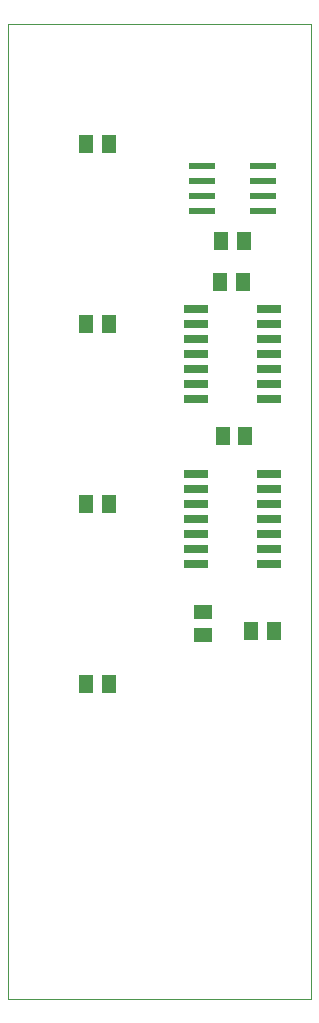
<source format=gbp>
G75*
%MOIN*%
%OFA0B0*%
%FSLAX25Y25*%
%IPPOS*%
%LPD*%
%AMOC8*
5,1,8,0,0,1.08239X$1,22.5*
%
%ADD10C,0.00000*%
%ADD11R,0.05118X0.05906*%
%ADD12R,0.08000X0.02600*%
%ADD13R,0.08661X0.02362*%
%ADD14R,0.05906X0.05118*%
D10*
X0001000Y0001000D02*
X0001000Y0325961D01*
X0102201Y0325961D01*
X0102201Y0001000D01*
X0001000Y0001000D01*
D11*
X0027260Y0106000D03*
X0034740Y0106000D03*
X0034740Y0166000D03*
X0027260Y0166000D03*
X0027260Y0226000D03*
X0034740Y0226000D03*
X0034740Y0286000D03*
X0027260Y0286000D03*
X0071880Y0239795D03*
X0072260Y0253500D03*
X0079360Y0239795D03*
X0079740Y0253500D03*
X0080120Y0188538D03*
X0072640Y0188538D03*
X0082260Y0123500D03*
X0089740Y0123500D03*
D12*
X0088100Y0146000D03*
X0088100Y0151000D03*
X0088100Y0156000D03*
X0088100Y0161000D03*
X0088100Y0166000D03*
X0088100Y0171000D03*
X0088100Y0176000D03*
X0088100Y0201000D03*
X0088100Y0206000D03*
X0088100Y0211000D03*
X0088100Y0216000D03*
X0088100Y0221000D03*
X0088100Y0226000D03*
X0088100Y0231000D03*
X0063900Y0231000D03*
X0063900Y0226000D03*
X0063900Y0221000D03*
X0063900Y0216000D03*
X0063900Y0211000D03*
X0063900Y0206000D03*
X0063900Y0201000D03*
X0063900Y0176000D03*
X0063900Y0171000D03*
X0063900Y0166000D03*
X0063900Y0161000D03*
X0063900Y0156000D03*
X0063900Y0151000D03*
X0063900Y0146000D03*
D13*
X0065764Y0263500D03*
X0065764Y0268500D03*
X0065764Y0273500D03*
X0065764Y0278500D03*
X0086236Y0278500D03*
X0086236Y0273500D03*
X0086236Y0268500D03*
X0086236Y0263500D03*
D14*
X0066000Y0129740D03*
X0066000Y0122260D03*
M02*

</source>
